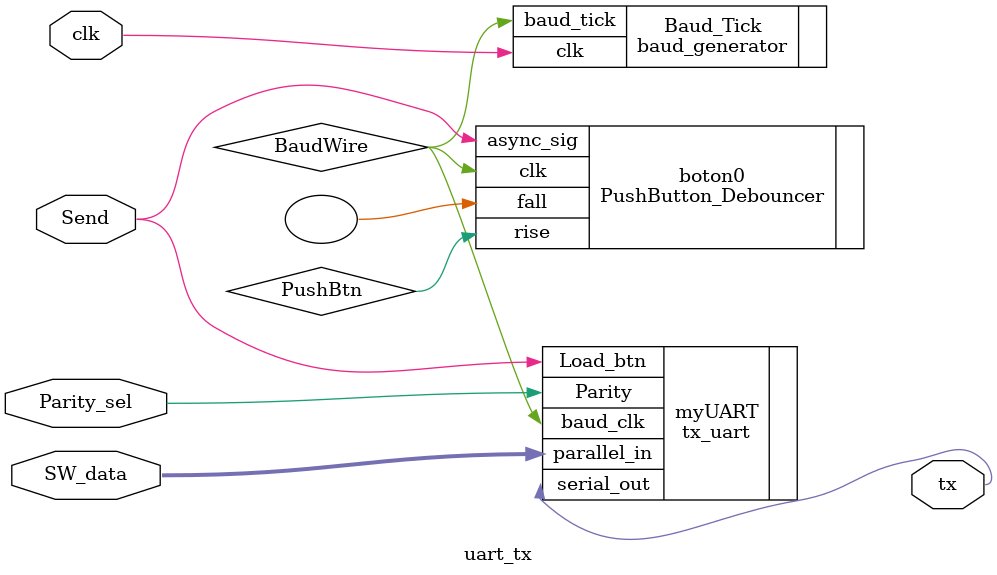
<source format=v>
/*
Se compone de los modulos
	-baud generator
		un contador de modulo que cuando llega el valor de la 
		comparacion se resetea y envia un evento o tick
	-Loader-sender
		son un par de registros uno que contiene los registros
		a enviar en forma paralela cuando se activa el boton de 
		send estos datos pasan a un registro de corriemiento 
		paralelo-serie en donde se concatenan los bit de 
		paridad, start y stop.
		
		para el bit de paridad se usa una cascada de xor y un 
		mux que deja pasar la senial negada o as is para sele
		ccionar paridad par o impar, todo esto hasta que se presi
		ona el boton de send.
		
		el boton de send debe estar desactivado mientras se esten
		enviando los datos por el serial
		
*/

module uart_tx(
input wire clk, //reloj para generar el baud rate @24 MHz
input wire [7:0] SW_data, //los datos a enviar por serial
input wire Parity_sel, //selecciona el tipo de paridad,un SW
input wire  Send, //push button para activar el load y la FSM para enviar
output wire tx

);
wire mysendo;
wire BaudWire;
wire [7:0]Sw;
wire PushBtn;

//supply1 my_rst;
PushButton_Debouncer boton0(.async_sig(Send), .clk(BaudWire), .rise(PushBtn), .fall());
//PushButton_Debouncer mySend ( .clk(clk), .PB(Send), .PB_Out(mysendo));


//========================================================
baud_generator Baud_Tick(.clk(clk),.baud_tick(BaudWire) );
//tx_uart myUART(.baud_clk(BaudWire),  .Parity(Parity_sel), .Load_btn(~mysendo), .parallel_in(SW_data), .serial_out(tx));
tx_uart myUART(.baud_clk(BaudWire),  .Parity(Parity_sel), .Load_btn(Send), .parallel_in(SW_data), .serial_out(tx));
//========================================================


endmodule

</source>
